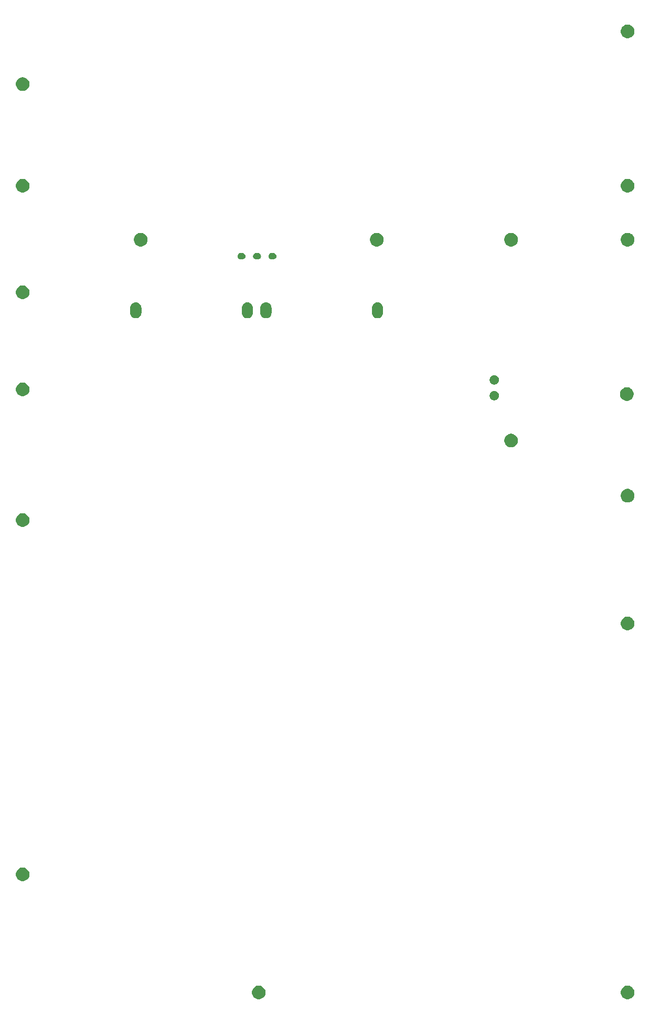
<source format=gbr>
G04 #@! TF.GenerationSoftware,KiCad,Pcbnew,(5.1.5)-3*
G04 #@! TF.CreationDate,2021-03-06T01:55:08+09:00*
G04 #@! TF.ProjectId,Getta25,47657474-6132-4352-9e6b-696361645f70,rev?*
G04 #@! TF.SameCoordinates,Original*
G04 #@! TF.FileFunction,Soldermask,Top*
G04 #@! TF.FilePolarity,Negative*
%FSLAX46Y46*%
G04 Gerber Fmt 4.6, Leading zero omitted, Abs format (unit mm)*
G04 Created by KiCad (PCBNEW (5.1.5)-3) date 2021-03-06 01:55:08*
%MOMM*%
%LPD*%
G04 APERTURE LIST*
%ADD10C,0.100000*%
G04 APERTURE END LIST*
D10*
G36*
X123677107Y-132979772D02*
G01*
X123877293Y-133062692D01*
X123877295Y-133062693D01*
X123967988Y-133123292D01*
X124057458Y-133183074D01*
X124210676Y-133336292D01*
X124331058Y-133516457D01*
X124413978Y-133716643D01*
X124456250Y-133929158D01*
X124456250Y-134145842D01*
X124413978Y-134358357D01*
X124331058Y-134558543D01*
X124331057Y-134558545D01*
X124210675Y-134738709D01*
X124057459Y-134891925D01*
X123877295Y-135012307D01*
X123877294Y-135012308D01*
X123877293Y-135012308D01*
X123677107Y-135095228D01*
X123464592Y-135137500D01*
X123247908Y-135137500D01*
X123035393Y-135095228D01*
X122835207Y-135012308D01*
X122835206Y-135012308D01*
X122835205Y-135012307D01*
X122655041Y-134891925D01*
X122501825Y-134738709D01*
X122381443Y-134558545D01*
X122381442Y-134558543D01*
X122298522Y-134358357D01*
X122256250Y-134145842D01*
X122256250Y-133929158D01*
X122298522Y-133716643D01*
X122381442Y-133516457D01*
X122501824Y-133336292D01*
X122655042Y-133183074D01*
X122744512Y-133123292D01*
X122835205Y-133062693D01*
X122835207Y-133062692D01*
X123035393Y-132979772D01*
X123247908Y-132937500D01*
X123464592Y-132937500D01*
X123677107Y-132979772D01*
G37*
G36*
X64145857Y-132979772D02*
G01*
X64346043Y-133062692D01*
X64346045Y-133062693D01*
X64436738Y-133123292D01*
X64526208Y-133183074D01*
X64679426Y-133336292D01*
X64799808Y-133516457D01*
X64882728Y-133716643D01*
X64925000Y-133929158D01*
X64925000Y-134145842D01*
X64882728Y-134358357D01*
X64799808Y-134558543D01*
X64799807Y-134558545D01*
X64679425Y-134738709D01*
X64526209Y-134891925D01*
X64346045Y-135012307D01*
X64346044Y-135012308D01*
X64346043Y-135012308D01*
X64145857Y-135095228D01*
X63933342Y-135137500D01*
X63716658Y-135137500D01*
X63504143Y-135095228D01*
X63303957Y-135012308D01*
X63303956Y-135012308D01*
X63303955Y-135012307D01*
X63123791Y-134891925D01*
X62970575Y-134738709D01*
X62850193Y-134558545D01*
X62850192Y-134558543D01*
X62767272Y-134358357D01*
X62725000Y-134145842D01*
X62725000Y-133929158D01*
X62767272Y-133716643D01*
X62850192Y-133516457D01*
X62970574Y-133336292D01*
X63123792Y-133183074D01*
X63213262Y-133123292D01*
X63303955Y-133062693D01*
X63303957Y-133062692D01*
X63504143Y-132979772D01*
X63716658Y-132937500D01*
X63933342Y-132937500D01*
X64145857Y-132979772D01*
G37*
G36*
X26045857Y-113929772D02*
G01*
X26246043Y-114012692D01*
X26246045Y-114012693D01*
X26336738Y-114073292D01*
X26426208Y-114133074D01*
X26579426Y-114286292D01*
X26699808Y-114466457D01*
X26782728Y-114666643D01*
X26825000Y-114879158D01*
X26825000Y-115095842D01*
X26782728Y-115308357D01*
X26699808Y-115508543D01*
X26699807Y-115508545D01*
X26579425Y-115688709D01*
X26426209Y-115841925D01*
X26246045Y-115962307D01*
X26246044Y-115962308D01*
X26246043Y-115962308D01*
X26045857Y-116045228D01*
X25833342Y-116087500D01*
X25616658Y-116087500D01*
X25404143Y-116045228D01*
X25203957Y-115962308D01*
X25203956Y-115962308D01*
X25203955Y-115962307D01*
X25023791Y-115841925D01*
X24870575Y-115688709D01*
X24750193Y-115508545D01*
X24750192Y-115508543D01*
X24667272Y-115308357D01*
X24625000Y-115095842D01*
X24625000Y-114879158D01*
X24667272Y-114666643D01*
X24750192Y-114466457D01*
X24870574Y-114286292D01*
X25023792Y-114133074D01*
X25113262Y-114073292D01*
X25203955Y-114012693D01*
X25203957Y-114012692D01*
X25404143Y-113929772D01*
X25616658Y-113887500D01*
X25833342Y-113887500D01*
X26045857Y-113929772D01*
G37*
G36*
X123677107Y-73448522D02*
G01*
X123877293Y-73531442D01*
X123877295Y-73531443D01*
X123967988Y-73592042D01*
X124057458Y-73651824D01*
X124210676Y-73805042D01*
X124331058Y-73985207D01*
X124413978Y-74185393D01*
X124456250Y-74397908D01*
X124456250Y-74614592D01*
X124413978Y-74827107D01*
X124331058Y-75027293D01*
X124331057Y-75027295D01*
X124210675Y-75207459D01*
X124057459Y-75360675D01*
X123877295Y-75481057D01*
X123877294Y-75481058D01*
X123877293Y-75481058D01*
X123677107Y-75563978D01*
X123464592Y-75606250D01*
X123247908Y-75606250D01*
X123035393Y-75563978D01*
X122835207Y-75481058D01*
X122835206Y-75481058D01*
X122835205Y-75481057D01*
X122655041Y-75360675D01*
X122501825Y-75207459D01*
X122381443Y-75027295D01*
X122381442Y-75027293D01*
X122298522Y-74827107D01*
X122256250Y-74614592D01*
X122256250Y-74397908D01*
X122298522Y-74185393D01*
X122381442Y-73985207D01*
X122501824Y-73805042D01*
X122655042Y-73651824D01*
X122744512Y-73592042D01*
X122835205Y-73531443D01*
X122835207Y-73531442D01*
X123035393Y-73448522D01*
X123247908Y-73406250D01*
X123464592Y-73406250D01*
X123677107Y-73448522D01*
G37*
G36*
X26045857Y-56779772D02*
G01*
X26246043Y-56862692D01*
X26246045Y-56862693D01*
X26336738Y-56923292D01*
X26426208Y-56983074D01*
X26579426Y-57136292D01*
X26699808Y-57316457D01*
X26782728Y-57516643D01*
X26825000Y-57729158D01*
X26825000Y-57945842D01*
X26782728Y-58158357D01*
X26699808Y-58358543D01*
X26699807Y-58358545D01*
X26579425Y-58538709D01*
X26426209Y-58691925D01*
X26246045Y-58812307D01*
X26246044Y-58812308D01*
X26246043Y-58812308D01*
X26045857Y-58895228D01*
X25833342Y-58937500D01*
X25616658Y-58937500D01*
X25404143Y-58895228D01*
X25203957Y-58812308D01*
X25203956Y-58812308D01*
X25203955Y-58812307D01*
X25023791Y-58691925D01*
X24870575Y-58538709D01*
X24750193Y-58358545D01*
X24750192Y-58358543D01*
X24667272Y-58158357D01*
X24625000Y-57945842D01*
X24625000Y-57729158D01*
X24667272Y-57516643D01*
X24750192Y-57316457D01*
X24870574Y-57136292D01*
X25023792Y-56983074D01*
X25113262Y-56923292D01*
X25203955Y-56862693D01*
X25203957Y-56862692D01*
X25404143Y-56779772D01*
X25616658Y-56737500D01*
X25833342Y-56737500D01*
X26045857Y-56779772D01*
G37*
G36*
X123677107Y-52842272D02*
G01*
X123877293Y-52925192D01*
X123877295Y-52925193D01*
X123967988Y-52985792D01*
X124057458Y-53045574D01*
X124210676Y-53198792D01*
X124331058Y-53378957D01*
X124413978Y-53579143D01*
X124456250Y-53791658D01*
X124456250Y-54008342D01*
X124413978Y-54220857D01*
X124331058Y-54421043D01*
X124331057Y-54421045D01*
X124210675Y-54601209D01*
X124057459Y-54754425D01*
X123877295Y-54874807D01*
X123877294Y-54874808D01*
X123877293Y-54874808D01*
X123677107Y-54957728D01*
X123464592Y-55000000D01*
X123247908Y-55000000D01*
X123035393Y-54957728D01*
X122835207Y-54874808D01*
X122835206Y-54874808D01*
X122835205Y-54874807D01*
X122655041Y-54754425D01*
X122501825Y-54601209D01*
X122381443Y-54421045D01*
X122381442Y-54421043D01*
X122298522Y-54220857D01*
X122256250Y-54008342D01*
X122256250Y-53791658D01*
X122298522Y-53579143D01*
X122381442Y-53378957D01*
X122501824Y-53198792D01*
X122655042Y-53045574D01*
X122744512Y-52985792D01*
X122835205Y-52925193D01*
X122835207Y-52925192D01*
X123035393Y-52842272D01*
X123247908Y-52800000D01*
X123464592Y-52800000D01*
X123677107Y-52842272D01*
G37*
G36*
X104870857Y-43942272D02*
G01*
X105071043Y-44025192D01*
X105071045Y-44025193D01*
X105161738Y-44085792D01*
X105251208Y-44145574D01*
X105404426Y-44298792D01*
X105524808Y-44478957D01*
X105607728Y-44679143D01*
X105650000Y-44891658D01*
X105650000Y-45108342D01*
X105607728Y-45320857D01*
X105524808Y-45521043D01*
X105524807Y-45521045D01*
X105404425Y-45701209D01*
X105251209Y-45854425D01*
X105071045Y-45974807D01*
X105071044Y-45974808D01*
X105071043Y-45974808D01*
X104870857Y-46057728D01*
X104658342Y-46100000D01*
X104441658Y-46100000D01*
X104229143Y-46057728D01*
X104028957Y-45974808D01*
X104028956Y-45974808D01*
X104028955Y-45974807D01*
X103848791Y-45854425D01*
X103695575Y-45701209D01*
X103575193Y-45521045D01*
X103575192Y-45521043D01*
X103492272Y-45320857D01*
X103450000Y-45108342D01*
X103450000Y-44891658D01*
X103492272Y-44679143D01*
X103575192Y-44478957D01*
X103695574Y-44298792D01*
X103848792Y-44145574D01*
X103938262Y-44085792D01*
X104028955Y-44025193D01*
X104028957Y-44025192D01*
X104229143Y-43942272D01*
X104441658Y-43900000D01*
X104658342Y-43900000D01*
X104870857Y-43942272D01*
G37*
G36*
X123570857Y-36442272D02*
G01*
X123771043Y-36525192D01*
X123771045Y-36525193D01*
X123861738Y-36585792D01*
X123951208Y-36645574D01*
X124104426Y-36798792D01*
X124224808Y-36978957D01*
X124307728Y-37179143D01*
X124350000Y-37391658D01*
X124350000Y-37608342D01*
X124307728Y-37820857D01*
X124224808Y-38021043D01*
X124224807Y-38021045D01*
X124104425Y-38201209D01*
X123951209Y-38354425D01*
X123771045Y-38474807D01*
X123771044Y-38474808D01*
X123771043Y-38474808D01*
X123570857Y-38557728D01*
X123358342Y-38600000D01*
X123141658Y-38600000D01*
X122929143Y-38557728D01*
X122728957Y-38474808D01*
X122728956Y-38474808D01*
X122728955Y-38474807D01*
X122548791Y-38354425D01*
X122395575Y-38201209D01*
X122275193Y-38021045D01*
X122275192Y-38021043D01*
X122192272Y-37820857D01*
X122150000Y-37608342D01*
X122150000Y-37391658D01*
X122192272Y-37179143D01*
X122275192Y-36978957D01*
X122395574Y-36798792D01*
X122548792Y-36645574D01*
X122638262Y-36585792D01*
X122728955Y-36525193D01*
X122728957Y-36525192D01*
X122929143Y-36442272D01*
X123141658Y-36400000D01*
X123358342Y-36400000D01*
X123570857Y-36442272D01*
G37*
G36*
X102023195Y-37003522D02*
G01*
X102072267Y-37013283D01*
X102210942Y-37070724D01*
X102335747Y-37154116D01*
X102441884Y-37260253D01*
X102525276Y-37385058D01*
X102582717Y-37523733D01*
X102582717Y-37523734D01*
X102599547Y-37608341D01*
X102612000Y-37670950D01*
X102612000Y-37821050D01*
X102582717Y-37968267D01*
X102525276Y-38106942D01*
X102441884Y-38231747D01*
X102335747Y-38337884D01*
X102210942Y-38421276D01*
X102072267Y-38478717D01*
X102023195Y-38488478D01*
X101925052Y-38508000D01*
X101774948Y-38508000D01*
X101676805Y-38488478D01*
X101627733Y-38478717D01*
X101489058Y-38421276D01*
X101364253Y-38337884D01*
X101258116Y-38231747D01*
X101174724Y-38106942D01*
X101117283Y-37968267D01*
X101088000Y-37821050D01*
X101088000Y-37670950D01*
X101100454Y-37608341D01*
X101117283Y-37523734D01*
X101117283Y-37523733D01*
X101174724Y-37385058D01*
X101258116Y-37260253D01*
X101364253Y-37154116D01*
X101489058Y-37070724D01*
X101627733Y-37013283D01*
X101676805Y-37003522D01*
X101774948Y-36984000D01*
X101925052Y-36984000D01*
X102023195Y-37003522D01*
G37*
G36*
X26045857Y-35692272D02*
G01*
X26246043Y-35775192D01*
X26246045Y-35775193D01*
X26280004Y-35797884D01*
X26426208Y-35895574D01*
X26579426Y-36048792D01*
X26699808Y-36228957D01*
X26782728Y-36429143D01*
X26825000Y-36641658D01*
X26825000Y-36858342D01*
X26782728Y-37070857D01*
X26699808Y-37271043D01*
X26579426Y-37451208D01*
X26426208Y-37604426D01*
X26420347Y-37608342D01*
X26246045Y-37724807D01*
X26246044Y-37724808D01*
X26246043Y-37724808D01*
X26045857Y-37807728D01*
X25833342Y-37850000D01*
X25616658Y-37850000D01*
X25404143Y-37807728D01*
X25203957Y-37724808D01*
X25203956Y-37724808D01*
X25203955Y-37724807D01*
X25029653Y-37608342D01*
X25023792Y-37604426D01*
X24870574Y-37451208D01*
X24750192Y-37271043D01*
X24667272Y-37070857D01*
X24625000Y-36858342D01*
X24625000Y-36641658D01*
X24667272Y-36429143D01*
X24750192Y-36228957D01*
X24870574Y-36048792D01*
X25023792Y-35895574D01*
X25169996Y-35797884D01*
X25203955Y-35775193D01*
X25203957Y-35775192D01*
X25404143Y-35692272D01*
X25616658Y-35650000D01*
X25833342Y-35650000D01*
X26045857Y-35692272D01*
G37*
G36*
X102023195Y-34463522D02*
G01*
X102072267Y-34473283D01*
X102210942Y-34530724D01*
X102335747Y-34614116D01*
X102441884Y-34720253D01*
X102525276Y-34845058D01*
X102582717Y-34983733D01*
X102612000Y-35130950D01*
X102612000Y-35281050D01*
X102582717Y-35428267D01*
X102525276Y-35566942D01*
X102441884Y-35691747D01*
X102335747Y-35797884D01*
X102210942Y-35881276D01*
X102072267Y-35938717D01*
X102023195Y-35948478D01*
X101925052Y-35968000D01*
X101774948Y-35968000D01*
X101676805Y-35948478D01*
X101627733Y-35938717D01*
X101489058Y-35881276D01*
X101364253Y-35797884D01*
X101258116Y-35691747D01*
X101174724Y-35566942D01*
X101117283Y-35428267D01*
X101088000Y-35281050D01*
X101088000Y-35130950D01*
X101117283Y-34983733D01*
X101174724Y-34845058D01*
X101258116Y-34720253D01*
X101364253Y-34614116D01*
X101489058Y-34530724D01*
X101627733Y-34473283D01*
X101676805Y-34463522D01*
X101774948Y-34444000D01*
X101925052Y-34444000D01*
X102023195Y-34463522D01*
G37*
G36*
X83176426Y-22738022D02*
G01*
X83176429Y-22738023D01*
X83176430Y-22738023D01*
X83346080Y-22789486D01*
X83346082Y-22789487D01*
X83346085Y-22789488D01*
X83502432Y-22873056D01*
X83639475Y-22985525D01*
X83751944Y-23122569D01*
X83835512Y-23278914D01*
X83886978Y-23448573D01*
X83900000Y-23580789D01*
X83900000Y-24419210D01*
X83886978Y-24551428D01*
X83835513Y-24721084D01*
X83751944Y-24877431D01*
X83639475Y-25014475D01*
X83502431Y-25126944D01*
X83346086Y-25210512D01*
X83346083Y-25210513D01*
X83346081Y-25210514D01*
X83176431Y-25261977D01*
X83176430Y-25261977D01*
X83176427Y-25261978D01*
X83000000Y-25279354D01*
X82823574Y-25261978D01*
X82823571Y-25261977D01*
X82823570Y-25261977D01*
X82653920Y-25210514D01*
X82653918Y-25210513D01*
X82653915Y-25210512D01*
X82497570Y-25126944D01*
X82360526Y-25014475D01*
X82248057Y-24877431D01*
X82164489Y-24721086D01*
X82164487Y-24721081D01*
X82113023Y-24551431D01*
X82100000Y-24419207D01*
X82100000Y-23580789D01*
X82113022Y-23448574D01*
X82113023Y-23448570D01*
X82164486Y-23278920D01*
X82164487Y-23278918D01*
X82164488Y-23278915D01*
X82248056Y-23122568D01*
X82360525Y-22985525D01*
X82497569Y-22873056D01*
X82653914Y-22789488D01*
X82653917Y-22789487D01*
X82653919Y-22789486D01*
X82823569Y-22738023D01*
X82823570Y-22738023D01*
X82823573Y-22738022D01*
X83000000Y-22720646D01*
X83176426Y-22738022D01*
G37*
G36*
X65176426Y-22738022D02*
G01*
X65176429Y-22738023D01*
X65176430Y-22738023D01*
X65346080Y-22789486D01*
X65346082Y-22789487D01*
X65346085Y-22789488D01*
X65502432Y-22873056D01*
X65639475Y-22985525D01*
X65751944Y-23122569D01*
X65835512Y-23278914D01*
X65886978Y-23448573D01*
X65900000Y-23580789D01*
X65900000Y-24419210D01*
X65886978Y-24551428D01*
X65835513Y-24721084D01*
X65751944Y-24877431D01*
X65639475Y-25014475D01*
X65502431Y-25126944D01*
X65346086Y-25210512D01*
X65346083Y-25210513D01*
X65346081Y-25210514D01*
X65176431Y-25261977D01*
X65176430Y-25261977D01*
X65176427Y-25261978D01*
X65000000Y-25279354D01*
X64823574Y-25261978D01*
X64823571Y-25261977D01*
X64823570Y-25261977D01*
X64653920Y-25210514D01*
X64653918Y-25210513D01*
X64653915Y-25210512D01*
X64497570Y-25126944D01*
X64360526Y-25014475D01*
X64248057Y-24877431D01*
X64164489Y-24721086D01*
X64164487Y-24721081D01*
X64113023Y-24551431D01*
X64100000Y-24419207D01*
X64100000Y-23580789D01*
X64113022Y-23448574D01*
X64113023Y-23448570D01*
X64164486Y-23278920D01*
X64164487Y-23278918D01*
X64164488Y-23278915D01*
X64248056Y-23122568D01*
X64360525Y-22985525D01*
X64497569Y-22873056D01*
X64653914Y-22789488D01*
X64653917Y-22789487D01*
X64653919Y-22789486D01*
X64823569Y-22738023D01*
X64823570Y-22738023D01*
X64823573Y-22738022D01*
X65000000Y-22720646D01*
X65176426Y-22738022D01*
G37*
G36*
X62176426Y-22738022D02*
G01*
X62176429Y-22738023D01*
X62176430Y-22738023D01*
X62346080Y-22789486D01*
X62346082Y-22789487D01*
X62346085Y-22789488D01*
X62502432Y-22873056D01*
X62639475Y-22985525D01*
X62751944Y-23122569D01*
X62835512Y-23278914D01*
X62886978Y-23448573D01*
X62900000Y-23580789D01*
X62900000Y-24419210D01*
X62886978Y-24551428D01*
X62835513Y-24721084D01*
X62751944Y-24877431D01*
X62639475Y-25014475D01*
X62502431Y-25126944D01*
X62346086Y-25210512D01*
X62346083Y-25210513D01*
X62346081Y-25210514D01*
X62176431Y-25261977D01*
X62176430Y-25261977D01*
X62176427Y-25261978D01*
X62000000Y-25279354D01*
X61823574Y-25261978D01*
X61823571Y-25261977D01*
X61823570Y-25261977D01*
X61653920Y-25210514D01*
X61653918Y-25210513D01*
X61653915Y-25210512D01*
X61497570Y-25126944D01*
X61360526Y-25014475D01*
X61248057Y-24877431D01*
X61164489Y-24721086D01*
X61164487Y-24721081D01*
X61113023Y-24551431D01*
X61100000Y-24419207D01*
X61100000Y-23580789D01*
X61113022Y-23448574D01*
X61113023Y-23448570D01*
X61164486Y-23278920D01*
X61164487Y-23278918D01*
X61164488Y-23278915D01*
X61248056Y-23122568D01*
X61360525Y-22985525D01*
X61497569Y-22873056D01*
X61653914Y-22789488D01*
X61653917Y-22789487D01*
X61653919Y-22789486D01*
X61823569Y-22738023D01*
X61823570Y-22738023D01*
X61823573Y-22738022D01*
X62000000Y-22720646D01*
X62176426Y-22738022D01*
G37*
G36*
X44176426Y-22738022D02*
G01*
X44176429Y-22738023D01*
X44176430Y-22738023D01*
X44346080Y-22789486D01*
X44346082Y-22789487D01*
X44346085Y-22789488D01*
X44502432Y-22873056D01*
X44639475Y-22985525D01*
X44751944Y-23122569D01*
X44835512Y-23278914D01*
X44886978Y-23448573D01*
X44900000Y-23580789D01*
X44900000Y-24419210D01*
X44886978Y-24551428D01*
X44835513Y-24721084D01*
X44751944Y-24877431D01*
X44639475Y-25014475D01*
X44502431Y-25126944D01*
X44346086Y-25210512D01*
X44346083Y-25210513D01*
X44346081Y-25210514D01*
X44176431Y-25261977D01*
X44176430Y-25261977D01*
X44176427Y-25261978D01*
X44000000Y-25279354D01*
X43823574Y-25261978D01*
X43823571Y-25261977D01*
X43823570Y-25261977D01*
X43653920Y-25210514D01*
X43653918Y-25210513D01*
X43653915Y-25210512D01*
X43497570Y-25126944D01*
X43360526Y-25014475D01*
X43248057Y-24877431D01*
X43164489Y-24721086D01*
X43164487Y-24721081D01*
X43113023Y-24551431D01*
X43100000Y-24419207D01*
X43100000Y-23580789D01*
X43113022Y-23448574D01*
X43113023Y-23448570D01*
X43164486Y-23278920D01*
X43164487Y-23278918D01*
X43164488Y-23278915D01*
X43248056Y-23122568D01*
X43360525Y-22985525D01*
X43497569Y-22873056D01*
X43653914Y-22789488D01*
X43653917Y-22789487D01*
X43653919Y-22789486D01*
X43823569Y-22738023D01*
X43823570Y-22738023D01*
X43823573Y-22738022D01*
X44000000Y-22720646D01*
X44176426Y-22738022D01*
G37*
G36*
X26045857Y-20036022D02*
G01*
X26246043Y-20118942D01*
X26246045Y-20118943D01*
X26336738Y-20179542D01*
X26426208Y-20239324D01*
X26579426Y-20392542D01*
X26699808Y-20572707D01*
X26782728Y-20772893D01*
X26825000Y-20985408D01*
X26825000Y-21202092D01*
X26782728Y-21414607D01*
X26699808Y-21614793D01*
X26699807Y-21614795D01*
X26579425Y-21794959D01*
X26426209Y-21948175D01*
X26246045Y-22068557D01*
X26246044Y-22068558D01*
X26246043Y-22068558D01*
X26045857Y-22151478D01*
X25833342Y-22193750D01*
X25616658Y-22193750D01*
X25404143Y-22151478D01*
X25203957Y-22068558D01*
X25203956Y-22068558D01*
X25203955Y-22068557D01*
X25023791Y-21948175D01*
X24870575Y-21794959D01*
X24750193Y-21614795D01*
X24750192Y-21614793D01*
X24667272Y-21414607D01*
X24625000Y-21202092D01*
X24625000Y-20985408D01*
X24667272Y-20772893D01*
X24750192Y-20572707D01*
X24870574Y-20392542D01*
X25023792Y-20239324D01*
X25113262Y-20179542D01*
X25203955Y-20118943D01*
X25203957Y-20118942D01*
X25404143Y-20036022D01*
X25616658Y-19993750D01*
X25833342Y-19993750D01*
X26045857Y-20036022D01*
G37*
G36*
X61298015Y-14757234D02*
G01*
X61392270Y-14785826D01*
X61479128Y-14832253D01*
X61555264Y-14894736D01*
X61617747Y-14970872D01*
X61664174Y-15057730D01*
X61692766Y-15151985D01*
X61702419Y-15250000D01*
X61692766Y-15348015D01*
X61664174Y-15442270D01*
X61617747Y-15529128D01*
X61555264Y-15605264D01*
X61479128Y-15667747D01*
X61392270Y-15714174D01*
X61298015Y-15742766D01*
X61224564Y-15750000D01*
X60875436Y-15750000D01*
X60801985Y-15742766D01*
X60707730Y-15714174D01*
X60620872Y-15667747D01*
X60544736Y-15605264D01*
X60482253Y-15529128D01*
X60435826Y-15442270D01*
X60407234Y-15348015D01*
X60397581Y-15250000D01*
X60407234Y-15151985D01*
X60435826Y-15057730D01*
X60482253Y-14970872D01*
X60544736Y-14894736D01*
X60620872Y-14832253D01*
X60707730Y-14785826D01*
X60801985Y-14757234D01*
X60875436Y-14750000D01*
X61224564Y-14750000D01*
X61298015Y-14757234D01*
G37*
G36*
X63798015Y-14757234D02*
G01*
X63892270Y-14785826D01*
X63979128Y-14832253D01*
X64055264Y-14894736D01*
X64117747Y-14970872D01*
X64164174Y-15057730D01*
X64192766Y-15151985D01*
X64202419Y-15250000D01*
X64192766Y-15348015D01*
X64164174Y-15442270D01*
X64117747Y-15529128D01*
X64055264Y-15605264D01*
X63979128Y-15667747D01*
X63892270Y-15714174D01*
X63798015Y-15742766D01*
X63724564Y-15750000D01*
X63375436Y-15750000D01*
X63301985Y-15742766D01*
X63207730Y-15714174D01*
X63120872Y-15667747D01*
X63044736Y-15605264D01*
X62982253Y-15529128D01*
X62935826Y-15442270D01*
X62907234Y-15348015D01*
X62897581Y-15250000D01*
X62907234Y-15151985D01*
X62935826Y-15057730D01*
X62982253Y-14970872D01*
X63044736Y-14894736D01*
X63120872Y-14832253D01*
X63207730Y-14785826D01*
X63301985Y-14757234D01*
X63375436Y-14750000D01*
X63724564Y-14750000D01*
X63798015Y-14757234D01*
G37*
G36*
X66298015Y-14757234D02*
G01*
X66392270Y-14785826D01*
X66479128Y-14832253D01*
X66555264Y-14894736D01*
X66617747Y-14970872D01*
X66664174Y-15057730D01*
X66692766Y-15151985D01*
X66702419Y-15250000D01*
X66692766Y-15348015D01*
X66664174Y-15442270D01*
X66617747Y-15529128D01*
X66555264Y-15605264D01*
X66479128Y-15667747D01*
X66392270Y-15714174D01*
X66298015Y-15742766D01*
X66224564Y-15750000D01*
X65875436Y-15750000D01*
X65801985Y-15742766D01*
X65707730Y-15714174D01*
X65620872Y-15667747D01*
X65544736Y-15605264D01*
X65482253Y-15529128D01*
X65435826Y-15442270D01*
X65407234Y-15348015D01*
X65397581Y-15250000D01*
X65407234Y-15151985D01*
X65435826Y-15057730D01*
X65482253Y-14970872D01*
X65544736Y-14894736D01*
X65620872Y-14832253D01*
X65707730Y-14785826D01*
X65801985Y-14757234D01*
X65875436Y-14750000D01*
X66224564Y-14750000D01*
X66298015Y-14757234D01*
G37*
G36*
X104870857Y-11536022D02*
G01*
X105071043Y-11618942D01*
X105071045Y-11618943D01*
X105161738Y-11679542D01*
X105251208Y-11739324D01*
X105404426Y-11892542D01*
X105524808Y-12072707D01*
X105607728Y-12272893D01*
X105650000Y-12485408D01*
X105650000Y-12702092D01*
X105607728Y-12914607D01*
X105524808Y-13114793D01*
X105524807Y-13114795D01*
X105404425Y-13294959D01*
X105251209Y-13448175D01*
X105071045Y-13568557D01*
X105071044Y-13568558D01*
X105071043Y-13568558D01*
X104870857Y-13651478D01*
X104658342Y-13693750D01*
X104441658Y-13693750D01*
X104229143Y-13651478D01*
X104028957Y-13568558D01*
X104028956Y-13568558D01*
X104028955Y-13568557D01*
X103848791Y-13448175D01*
X103695575Y-13294959D01*
X103575193Y-13114795D01*
X103575192Y-13114793D01*
X103492272Y-12914607D01*
X103450000Y-12702092D01*
X103450000Y-12485408D01*
X103492272Y-12272893D01*
X103575192Y-12072707D01*
X103695574Y-11892542D01*
X103848792Y-11739324D01*
X103938262Y-11679542D01*
X104028955Y-11618943D01*
X104028957Y-11618942D01*
X104229143Y-11536022D01*
X104441658Y-11493750D01*
X104658342Y-11493750D01*
X104870857Y-11536022D01*
G37*
G36*
X123677107Y-11536022D02*
G01*
X123877293Y-11618942D01*
X123877295Y-11618943D01*
X123967988Y-11679542D01*
X124057458Y-11739324D01*
X124210676Y-11892542D01*
X124331058Y-12072707D01*
X124413978Y-12272893D01*
X124456250Y-12485408D01*
X124456250Y-12702092D01*
X124413978Y-12914607D01*
X124331058Y-13114793D01*
X124331057Y-13114795D01*
X124210675Y-13294959D01*
X124057459Y-13448175D01*
X123877295Y-13568557D01*
X123877294Y-13568558D01*
X123877293Y-13568558D01*
X123677107Y-13651478D01*
X123464592Y-13693750D01*
X123247908Y-13693750D01*
X123035393Y-13651478D01*
X122835207Y-13568558D01*
X122835206Y-13568558D01*
X122835205Y-13568557D01*
X122655041Y-13448175D01*
X122501825Y-13294959D01*
X122381443Y-13114795D01*
X122381442Y-13114793D01*
X122298522Y-12914607D01*
X122256250Y-12702092D01*
X122256250Y-12485408D01*
X122298522Y-12272893D01*
X122381442Y-12072707D01*
X122501824Y-11892542D01*
X122655042Y-11739324D01*
X122744512Y-11679542D01*
X122835205Y-11618943D01*
X122835207Y-11618942D01*
X123035393Y-11536022D01*
X123247908Y-11493750D01*
X123464592Y-11493750D01*
X123677107Y-11536022D01*
G37*
G36*
X83195857Y-11536022D02*
G01*
X83396043Y-11618942D01*
X83396045Y-11618943D01*
X83486738Y-11679542D01*
X83576208Y-11739324D01*
X83729426Y-11892542D01*
X83849808Y-12072707D01*
X83932728Y-12272893D01*
X83975000Y-12485408D01*
X83975000Y-12702092D01*
X83932728Y-12914607D01*
X83849808Y-13114793D01*
X83849807Y-13114795D01*
X83729425Y-13294959D01*
X83576209Y-13448175D01*
X83396045Y-13568557D01*
X83396044Y-13568558D01*
X83396043Y-13568558D01*
X83195857Y-13651478D01*
X82983342Y-13693750D01*
X82766658Y-13693750D01*
X82554143Y-13651478D01*
X82353957Y-13568558D01*
X82353956Y-13568558D01*
X82353955Y-13568557D01*
X82173791Y-13448175D01*
X82020575Y-13294959D01*
X81900193Y-13114795D01*
X81900192Y-13114793D01*
X81817272Y-12914607D01*
X81775000Y-12702092D01*
X81775000Y-12485408D01*
X81817272Y-12272893D01*
X81900192Y-12072707D01*
X82020574Y-11892542D01*
X82173792Y-11739324D01*
X82263262Y-11679542D01*
X82353955Y-11618943D01*
X82353957Y-11618942D01*
X82554143Y-11536022D01*
X82766658Y-11493750D01*
X82983342Y-11493750D01*
X83195857Y-11536022D01*
G37*
G36*
X45095857Y-11536022D02*
G01*
X45296043Y-11618942D01*
X45296045Y-11618943D01*
X45386738Y-11679542D01*
X45476208Y-11739324D01*
X45629426Y-11892542D01*
X45749808Y-12072707D01*
X45832728Y-12272893D01*
X45875000Y-12485408D01*
X45875000Y-12702092D01*
X45832728Y-12914607D01*
X45749808Y-13114793D01*
X45749807Y-13114795D01*
X45629425Y-13294959D01*
X45476209Y-13448175D01*
X45296045Y-13568557D01*
X45296044Y-13568558D01*
X45296043Y-13568558D01*
X45095857Y-13651478D01*
X44883342Y-13693750D01*
X44666658Y-13693750D01*
X44454143Y-13651478D01*
X44253957Y-13568558D01*
X44253956Y-13568558D01*
X44253955Y-13568557D01*
X44073791Y-13448175D01*
X43920575Y-13294959D01*
X43800193Y-13114795D01*
X43800192Y-13114793D01*
X43717272Y-12914607D01*
X43675000Y-12702092D01*
X43675000Y-12485408D01*
X43717272Y-12272893D01*
X43800192Y-12072707D01*
X43920574Y-11892542D01*
X44073792Y-11739324D01*
X44163262Y-11679542D01*
X44253955Y-11618943D01*
X44253957Y-11618942D01*
X44454143Y-11536022D01*
X44666658Y-11493750D01*
X44883342Y-11493750D01*
X45095857Y-11536022D01*
G37*
G36*
X26045857Y-2842272D02*
G01*
X26246043Y-2925192D01*
X26246045Y-2925193D01*
X26336738Y-2985792D01*
X26426208Y-3045574D01*
X26579426Y-3198792D01*
X26699808Y-3378957D01*
X26782728Y-3579143D01*
X26825000Y-3791658D01*
X26825000Y-4008342D01*
X26782728Y-4220857D01*
X26699808Y-4421043D01*
X26699807Y-4421045D01*
X26579425Y-4601209D01*
X26426209Y-4754425D01*
X26246045Y-4874807D01*
X26246044Y-4874808D01*
X26246043Y-4874808D01*
X26045857Y-4957728D01*
X25833342Y-5000000D01*
X25616658Y-5000000D01*
X25404143Y-4957728D01*
X25203957Y-4874808D01*
X25203956Y-4874808D01*
X25203955Y-4874807D01*
X25023791Y-4754425D01*
X24870575Y-4601209D01*
X24750193Y-4421045D01*
X24750192Y-4421043D01*
X24667272Y-4220857D01*
X24625000Y-4008342D01*
X24625000Y-3791658D01*
X24667272Y-3579143D01*
X24750192Y-3378957D01*
X24870574Y-3198792D01*
X25023792Y-3045574D01*
X25113262Y-2985792D01*
X25203955Y-2925193D01*
X25203957Y-2925192D01*
X25404143Y-2842272D01*
X25616658Y-2800000D01*
X25833342Y-2800000D01*
X26045857Y-2842272D01*
G37*
G36*
X123677107Y-2842272D02*
G01*
X123877293Y-2925192D01*
X123877295Y-2925193D01*
X123967988Y-2985792D01*
X124057458Y-3045574D01*
X124210676Y-3198792D01*
X124331058Y-3378957D01*
X124413978Y-3579143D01*
X124456250Y-3791658D01*
X124456250Y-4008342D01*
X124413978Y-4220857D01*
X124331058Y-4421043D01*
X124331057Y-4421045D01*
X124210675Y-4601209D01*
X124057459Y-4754425D01*
X123877295Y-4874807D01*
X123877294Y-4874808D01*
X123877293Y-4874808D01*
X123677107Y-4957728D01*
X123464592Y-5000000D01*
X123247908Y-5000000D01*
X123035393Y-4957728D01*
X122835207Y-4874808D01*
X122835206Y-4874808D01*
X122835205Y-4874807D01*
X122655041Y-4754425D01*
X122501825Y-4601209D01*
X122381443Y-4421045D01*
X122381442Y-4421043D01*
X122298522Y-4220857D01*
X122256250Y-4008342D01*
X122256250Y-3791658D01*
X122298522Y-3579143D01*
X122381442Y-3378957D01*
X122501824Y-3198792D01*
X122655042Y-3045574D01*
X122744512Y-2985792D01*
X122835205Y-2925193D01*
X122835207Y-2925192D01*
X123035393Y-2842272D01*
X123247908Y-2800000D01*
X123464592Y-2800000D01*
X123677107Y-2842272D01*
G37*
G36*
X26045857Y13563978D02*
G01*
X26246043Y13481058D01*
X26246045Y13481057D01*
X26336738Y13420458D01*
X26426208Y13360676D01*
X26579426Y13207458D01*
X26699808Y13027293D01*
X26782728Y12827107D01*
X26825000Y12614592D01*
X26825000Y12397908D01*
X26782728Y12185393D01*
X26699808Y11985207D01*
X26699807Y11985205D01*
X26579425Y11805041D01*
X26426209Y11651825D01*
X26246045Y11531443D01*
X26246044Y11531442D01*
X26246043Y11531442D01*
X26045857Y11448522D01*
X25833342Y11406250D01*
X25616658Y11406250D01*
X25404143Y11448522D01*
X25203957Y11531442D01*
X25203956Y11531442D01*
X25203955Y11531443D01*
X25023791Y11651825D01*
X24870575Y11805041D01*
X24750193Y11985205D01*
X24750192Y11985207D01*
X24667272Y12185393D01*
X24625000Y12397908D01*
X24625000Y12614592D01*
X24667272Y12827107D01*
X24750192Y13027293D01*
X24870574Y13207458D01*
X25023792Y13360676D01*
X25113262Y13420458D01*
X25203955Y13481057D01*
X25203957Y13481058D01*
X25404143Y13563978D01*
X25616658Y13606250D01*
X25833342Y13606250D01*
X26045857Y13563978D01*
G37*
G36*
X123677107Y22063978D02*
G01*
X123877293Y21981058D01*
X123877295Y21981057D01*
X123967988Y21920458D01*
X124057458Y21860676D01*
X124210676Y21707458D01*
X124331058Y21527293D01*
X124413978Y21327107D01*
X124456250Y21114592D01*
X124456250Y20897908D01*
X124413978Y20685393D01*
X124331058Y20485207D01*
X124331057Y20485205D01*
X124210675Y20305041D01*
X124057459Y20151825D01*
X123877295Y20031443D01*
X123877294Y20031442D01*
X123877293Y20031442D01*
X123677107Y19948522D01*
X123464592Y19906250D01*
X123247908Y19906250D01*
X123035393Y19948522D01*
X122835207Y20031442D01*
X122835206Y20031442D01*
X122835205Y20031443D01*
X122655041Y20151825D01*
X122501825Y20305041D01*
X122381443Y20485205D01*
X122381442Y20485207D01*
X122298522Y20685393D01*
X122256250Y20897908D01*
X122256250Y21114592D01*
X122298522Y21327107D01*
X122381442Y21527293D01*
X122501824Y21707458D01*
X122655042Y21860676D01*
X122744512Y21920458D01*
X122835205Y21981057D01*
X122835207Y21981058D01*
X123035393Y22063978D01*
X123247908Y22106250D01*
X123464592Y22106250D01*
X123677107Y22063978D01*
G37*
M02*

</source>
